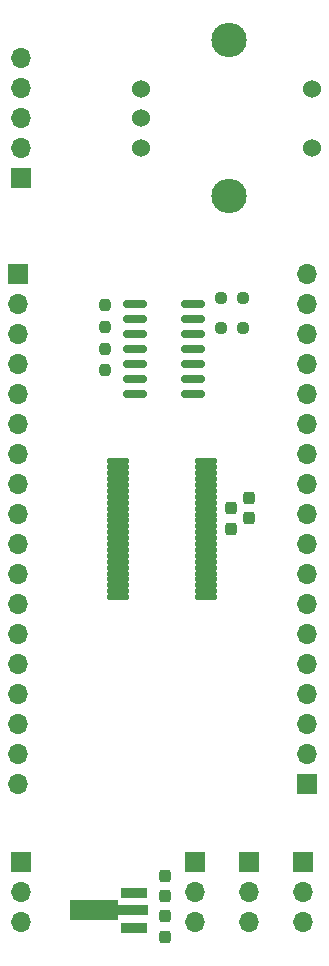
<source format=gbs>
%TF.GenerationSoftware,KiCad,Pcbnew,8.0.2*%
%TF.CreationDate,2024-09-16T20:09:15-04:00*%
%TF.ProjectId,servo_tester,73657276-6f5f-4746-9573-7465722e6b69,rev?*%
%TF.SameCoordinates,Original*%
%TF.FileFunction,Soldermask,Bot*%
%TF.FilePolarity,Negative*%
%FSLAX46Y46*%
G04 Gerber Fmt 4.6, Leading zero omitted, Abs format (unit mm)*
G04 Created by KiCad (PCBNEW 8.0.2) date 2024-09-16 20:09:15*
%MOMM*%
%LPD*%
G01*
G04 APERTURE LIST*
G04 Aperture macros list*
%AMRoundRect*
0 Rectangle with rounded corners*
0 $1 Rounding radius*
0 $2 $3 $4 $5 $6 $7 $8 $9 X,Y pos of 4 corners*
0 Add a 4 corners polygon primitive as box body*
4,1,4,$2,$3,$4,$5,$6,$7,$8,$9,$2,$3,0*
0 Add four circle primitives for the rounded corners*
1,1,$1+$1,$2,$3*
1,1,$1+$1,$4,$5*
1,1,$1+$1,$6,$7*
1,1,$1+$1,$8,$9*
0 Add four rect primitives between the rounded corners*
20,1,$1+$1,$2,$3,$4,$5,0*
20,1,$1+$1,$4,$5,$6,$7,0*
20,1,$1+$1,$6,$7,$8,$9,0*
20,1,$1+$1,$8,$9,$2,$3,0*%
%AMFreePoly0*
4,1,9,5.362500,-0.866500,1.237500,-0.866500,1.237500,-0.450000,-1.237500,-0.450000,-1.237500,0.450000,1.237500,0.450000,1.237500,0.866500,5.362500,0.866500,5.362500,-0.866500,5.362500,-0.866500,$1*%
G04 Aperture macros list end*
%ADD10R,1.700000X1.700000*%
%ADD11O,1.700000X1.700000*%
%ADD12C,1.524000*%
%ADD13O,3.000000X2.900000*%
%ADD14RoundRect,0.237500X-0.237500X0.300000X-0.237500X-0.300000X0.237500X-0.300000X0.237500X0.300000X0*%
%ADD15RoundRect,0.150000X-0.825000X-0.150000X0.825000X-0.150000X0.825000X0.150000X-0.825000X0.150000X0*%
%ADD16RoundRect,0.237500X-0.237500X0.250000X-0.237500X-0.250000X0.237500X-0.250000X0.237500X0.250000X0*%
%ADD17RoundRect,0.237500X0.250000X0.237500X-0.250000X0.237500X-0.250000X-0.237500X0.250000X-0.237500X0*%
%ADD18RoundRect,0.237500X0.237500X-0.300000X0.237500X0.300000X-0.237500X0.300000X-0.237500X-0.300000X0*%
%ADD19R,2.300000X0.900000*%
%ADD20FreePoly0,180.000000*%
%ADD21RoundRect,0.123500X0.773500X0.123500X-0.773500X0.123500X-0.773500X-0.123500X0.773500X-0.123500X0*%
G04 APERTURE END LIST*
D10*
%TO.C,U4*%
X102362000Y-59436000D03*
D11*
X102362000Y-61976000D03*
X102362000Y-64516000D03*
X102362000Y-67056000D03*
X102362000Y-69596000D03*
X102362000Y-72136000D03*
X102362000Y-74676000D03*
X102362000Y-77216000D03*
X102362000Y-79756000D03*
X102362000Y-82296000D03*
X102362000Y-84836000D03*
X102362000Y-87376000D03*
X102362000Y-89916000D03*
X102362000Y-92456000D03*
X102362000Y-94996000D03*
X102362000Y-97536000D03*
X102362000Y-100076000D03*
X102362000Y-102616000D03*
D10*
X126862000Y-102606000D03*
D11*
X126862000Y-100066000D03*
X126862000Y-97526000D03*
X126862000Y-94986000D03*
X126862000Y-92446000D03*
X126862000Y-89906000D03*
X126862000Y-87366000D03*
X126862000Y-84826000D03*
X126862000Y-82286000D03*
X126862000Y-79746000D03*
X126862000Y-77206000D03*
X126862000Y-74666000D03*
X126862000Y-72126000D03*
X126862000Y-69586000D03*
X126862000Y-67046000D03*
X126862000Y-64506000D03*
X126862000Y-61966000D03*
X126862000Y-59426000D03*
%TD*%
D10*
%TO.C,J3*%
X102616000Y-109220000D03*
D11*
X102616000Y-111760000D03*
X102616000Y-114300000D03*
%TD*%
D12*
%TO.C,SW1*%
X112776000Y-43728000D03*
X112776000Y-48728000D03*
X112776000Y-46228000D03*
X127276000Y-43728000D03*
X127276000Y-48728000D03*
D13*
X120276000Y-39628000D03*
X120276000Y-52828000D03*
%TD*%
D10*
%TO.C,J2*%
X121920000Y-109220000D03*
D11*
X121920000Y-111760000D03*
X121920000Y-114300000D03*
%TD*%
D10*
%TO.C,J5*%
X126492000Y-109220000D03*
D11*
X126492000Y-111760000D03*
X126492000Y-114300000D03*
%TD*%
D10*
%TO.C,J4*%
X102591000Y-51278000D03*
D11*
X102591000Y-48738000D03*
X102591000Y-46198000D03*
X102591000Y-43658000D03*
X102591000Y-41118000D03*
%TD*%
D10*
%TO.C,J1*%
X117348000Y-109220000D03*
D11*
X117348000Y-111760000D03*
X117348000Y-114300000D03*
%TD*%
D14*
%TO.C,C1*%
X114808000Y-110389500D03*
X114808000Y-112114500D03*
%TD*%
%TO.C,C3*%
X120396000Y-79248000D03*
X120396000Y-80973000D03*
%TD*%
D15*
%TO.C,U1*%
X112268000Y-69596000D03*
X112268000Y-68326000D03*
X112268000Y-67056000D03*
X112268000Y-65786000D03*
X112268000Y-64516000D03*
X112268000Y-63246000D03*
X112268000Y-61976000D03*
X117218000Y-61976000D03*
X117218000Y-63246000D03*
X117218000Y-64516000D03*
X117218000Y-65786000D03*
X117218000Y-67056000D03*
X117218000Y-68326000D03*
X117218000Y-69596000D03*
%TD*%
D16*
%TO.C,R3*%
X109728000Y-62079500D03*
X109728000Y-63904500D03*
%TD*%
%TO.C,R4*%
X109728000Y-65739000D03*
X109728000Y-67564000D03*
%TD*%
D17*
%TO.C,R2*%
X121412000Y-64008000D03*
X119587000Y-64008000D03*
%TD*%
%TO.C,R1*%
X121412000Y-61468000D03*
X119587000Y-61468000D03*
%TD*%
D18*
%TO.C,C2*%
X114808000Y-115517000D03*
X114808000Y-113792000D03*
%TD*%
D19*
%TO.C,U2*%
X112178000Y-111784000D03*
D20*
X112090500Y-113284000D03*
D19*
X112178000Y-114784000D03*
%TD*%
D21*
%TO.C,U3*%
X118269000Y-75276000D03*
X118269000Y-75776000D03*
X118269000Y-76276000D03*
X118269000Y-76776000D03*
X118269000Y-77276000D03*
X118269000Y-77776000D03*
X118269000Y-78276000D03*
X118269000Y-78776000D03*
X118269000Y-79276000D03*
X118269000Y-79776000D03*
X118269000Y-80276000D03*
X118269000Y-80776000D03*
X118269000Y-81276000D03*
X118269000Y-81776000D03*
X118269000Y-82276000D03*
X118269000Y-82776000D03*
X118269000Y-83276000D03*
X118269000Y-83776000D03*
X118269000Y-84276000D03*
X118269000Y-84776000D03*
X118269000Y-85276000D03*
X118269000Y-85776000D03*
X118269000Y-86276000D03*
X118269000Y-86776000D03*
X110839000Y-86776000D03*
X110839000Y-86276000D03*
X110839000Y-85776000D03*
X110839000Y-85276000D03*
X110839000Y-84776000D03*
X110839000Y-84276000D03*
X110839000Y-83776000D03*
X110839000Y-83276000D03*
X110839000Y-82776000D03*
X110839000Y-82276000D03*
X110839000Y-81776000D03*
X110839000Y-81276000D03*
X110839000Y-80776000D03*
X110839000Y-80276000D03*
X110839000Y-79776000D03*
X110839000Y-79276000D03*
X110839000Y-78776000D03*
X110839000Y-78276000D03*
X110839000Y-77776000D03*
X110839000Y-77276000D03*
X110839000Y-76776000D03*
X110839000Y-76276000D03*
X110839000Y-75776000D03*
X110839000Y-75276000D03*
%TD*%
D14*
%TO.C,C4*%
X121920000Y-78385500D03*
X121920000Y-80110500D03*
%TD*%
M02*

</source>
